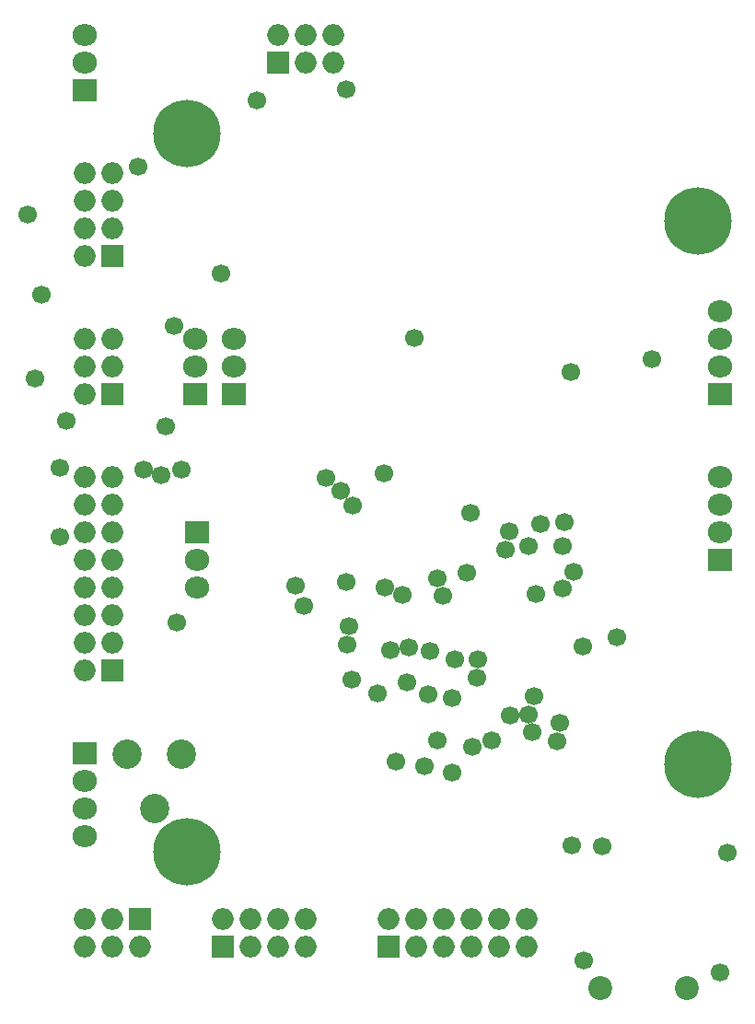
<source format=gbr>
G04 #@! TF.FileFunction,Soldermask,Bot*
%FSLAX46Y46*%
G04 Gerber Fmt 4.6, Leading zero omitted, Abs format (unit mm)*
G04 Created by KiCad (PCBNEW 4.0.1-stable) date 18.06.2016 02:57:02*
%MOMM*%
G01*
G04 APERTURE LIST*
%ADD10C,0.100000*%
%ADD11R,2.000000X2.000000*%
%ADD12O,2.000000X2.000000*%
%ADD13R,2.232000X2.000000*%
%ADD14O,2.232000X2.000000*%
%ADD15C,2.200000*%
%ADD16C,6.200000*%
%ADD17C,2.699360*%
%ADD18C,1.700000*%
G04 APERTURE END LIST*
D10*
D11*
X137160000Y-88900000D03*
D12*
X134620000Y-88900000D03*
X137160000Y-86360000D03*
X134620000Y-86360000D03*
X137160000Y-83820000D03*
X134620000Y-83820000D03*
D13*
X148294888Y-88900000D03*
D14*
X148294888Y-86360000D03*
X148294888Y-83820000D03*
D13*
X144780000Y-88900000D03*
D14*
X144780000Y-86360000D03*
X144780000Y-83820000D03*
D13*
X144916000Y-101600000D03*
D14*
X144916000Y-104140000D03*
X144916000Y-106680000D03*
D11*
X162560000Y-139700000D03*
D12*
X162560000Y-137160000D03*
X165100000Y-139700000D03*
X165100000Y-137160000D03*
X167640000Y-139700000D03*
X167640000Y-137160000D03*
X170180000Y-139700000D03*
X170180000Y-137160000D03*
X172720000Y-139700000D03*
X172720000Y-137160000D03*
X175260000Y-139700000D03*
X175260000Y-137160000D03*
D11*
X137160000Y-114300000D03*
D12*
X134620000Y-114300000D03*
X137160000Y-111760000D03*
X134620000Y-111760000D03*
X137160000Y-109220000D03*
X134620000Y-109220000D03*
X137160000Y-106680000D03*
X134620000Y-106680000D03*
X137160000Y-104140000D03*
X134620000Y-104140000D03*
X137160000Y-101600000D03*
X134620000Y-101600000D03*
X137160000Y-99060000D03*
X134620000Y-99060000D03*
X137160000Y-96520000D03*
X134620000Y-96520000D03*
D11*
X147320000Y-139700000D03*
D12*
X147320000Y-137160000D03*
X149860000Y-139700000D03*
X149860000Y-137160000D03*
X152400000Y-139700000D03*
X152400000Y-137160000D03*
X154940000Y-139700000D03*
X154940000Y-137160000D03*
D15*
X182000000Y-143500000D03*
X190000000Y-143500000D03*
D13*
X193040000Y-88900000D03*
D14*
X193040000Y-86360000D03*
X193040000Y-83820000D03*
X193040000Y-81280000D03*
D13*
X193040000Y-104140000D03*
D14*
X193040000Y-101600000D03*
X193040000Y-99060000D03*
X193040000Y-96520000D03*
D11*
X137160000Y-76200000D03*
D12*
X134620000Y-76200000D03*
X137160000Y-73660000D03*
X134620000Y-73660000D03*
X137160000Y-71120000D03*
X134620000Y-71120000D03*
X137160000Y-68580000D03*
X134620000Y-68580000D03*
D13*
X134620000Y-121920000D03*
D14*
X134620000Y-124460000D03*
X134620000Y-127000000D03*
X134620000Y-129540000D03*
D11*
X139700000Y-137160000D03*
D12*
X139700000Y-139700000D03*
X137160000Y-137160000D03*
X137160000Y-139700000D03*
X134620000Y-137160000D03*
X134620000Y-139700000D03*
D11*
X152400000Y-58420000D03*
D12*
X152400000Y-55880000D03*
X154940000Y-58420000D03*
X154940000Y-55880000D03*
X157480000Y-58420000D03*
X157480000Y-55880000D03*
D16*
X144000000Y-131000000D03*
X144000000Y-65000000D03*
X191000000Y-73000000D03*
X191000000Y-123000000D03*
D17*
X141000640Y-127039360D03*
X138501280Y-122000000D03*
X143500000Y-122000000D03*
D13*
X134620000Y-60960000D03*
D14*
X134620000Y-58420000D03*
X134620000Y-55880000D03*
D18*
X132300000Y-95700000D03*
X132929804Y-91400000D03*
X132319979Y-102090687D03*
X176100000Y-107300000D03*
X170054529Y-99858376D03*
X129987639Y-87461557D03*
X164900000Y-83800000D03*
X186700000Y-85700000D03*
X162100000Y-96200000D03*
X175900000Y-116700000D03*
X193700000Y-131100000D03*
X193000000Y-142100000D03*
X180500000Y-141000000D03*
X182200000Y-130500000D03*
X179400000Y-130400000D03*
X163200000Y-122700000D03*
X179300000Y-86900000D03*
X147100000Y-77800000D03*
X142800000Y-82700000D03*
X129300000Y-72400000D03*
X158600000Y-60900000D03*
X165819166Y-123101141D03*
X167000006Y-120800000D03*
X143058266Y-109888085D03*
X142000000Y-91900000D03*
X143438741Y-95859953D03*
X130646967Y-79826660D03*
X141635524Y-96388009D03*
X150400000Y-61900000D03*
X139459973Y-67981846D03*
X140006071Y-95903309D03*
X158743905Y-112000000D03*
X159243866Y-99150996D03*
X158897315Y-110275020D03*
X158153283Y-97846899D03*
X162700000Y-112500000D03*
X178250020Y-119180100D03*
X159100000Y-115200000D03*
X173680228Y-118505376D03*
X164200015Y-115399972D03*
X179522245Y-105238793D03*
X166200000Y-116550000D03*
X178700000Y-100700000D03*
X168400000Y-116900000D03*
X168390888Y-123750020D03*
X161513187Y-116486813D03*
X176500000Y-100900000D03*
X170200000Y-121400000D03*
X175375940Y-118384548D03*
X172000000Y-120800000D03*
X175749980Y-120042901D03*
X178566131Y-106796653D03*
X170634500Y-115010914D03*
X170743854Y-113314427D03*
X178525031Y-102900000D03*
X168588257Y-113315928D03*
X178050020Y-120872178D03*
X163796677Y-107398708D03*
X154742120Y-108369698D03*
X162198868Y-106751172D03*
X153993844Y-106513256D03*
X173579620Y-101570892D03*
X169764188Y-105366753D03*
X173285531Y-103254696D03*
X167018900Y-105844026D03*
X175400000Y-102900000D03*
X167524980Y-107466962D03*
X180400000Y-112100000D03*
X166306519Y-112559669D03*
X183500000Y-111300000D03*
X164411946Y-112248795D03*
X156799996Y-96600000D03*
X158624996Y-106231545D03*
M02*

</source>
